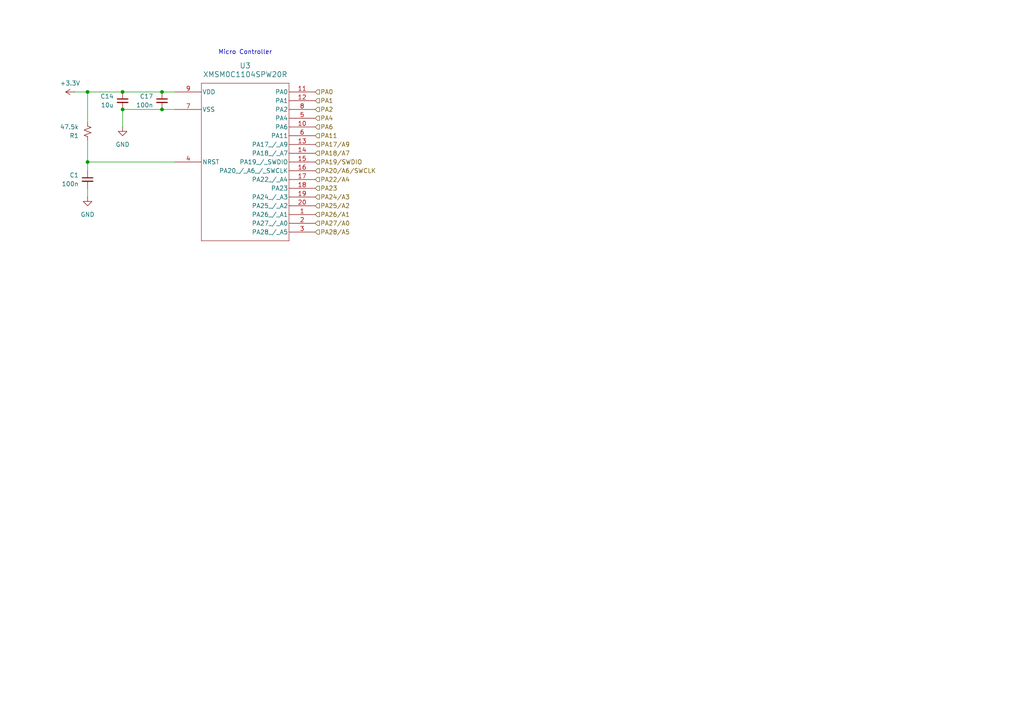
<source format=kicad_sch>
(kicad_sch (version 20250114) (generator "eeschema") (generator_version "9.0")
  (paper "A4")
  (title_block (title "Low Voltage Sensor") (date "08-22-25") (rev "0.1") (company "UTA FSAE") (comment 1 "Project Contributors: Marcus, Ali") (comment 2 "Page Authors: Marcus"))
  (lib_symbols
    (symbol "Device:C_Small" (pin_numbers (hide yes)) (pin_names (offset 0.254) (hide yes))
      (property "Reference" "C" (at 0.254 1.778 0))
      (property "Value" "C_Small" (at 0.254 -2.032 0))
      (symbol "C_Small_0_1"
        (polyline (pts (xy -1.524 0.508) (xy 1.524 0.508)) (stroke (width 0.3048)))
        (polyline (pts (xy -1.524 -0.508) (xy 1.524 -0.508)) (stroke (width 0.3302)))
      )
      (symbol "C_Small_1_1"
        (pin passive line (at 0 2.54 270) (length 2.032) (name "~") (number "1"))
        (pin passive line (at 0 -2.54 90) (length 2.032) (name "~") (number "2"))
      )
    )
    (symbol "Device:R_Small_US" (pin_numbers (hide yes)) (pin_names (offset 0.254) (hide yes))
      (property "Reference" "R" (at 0.762 0.508 0))
      (property "Value" "R_Small_US" (at 0.762 -1.016 0))
      (symbol "R_Small_US_1_1"
        (polyline (pts (xy 0 1.524) (xy 1.016 1.143) (xy 0 0.762) (xy -1.016 0.381) (xy 0 0)))
        (polyline (pts (xy 0 0) (xy 1.016 -0.381) (xy 0 -0.762) (xy -1.016 -1.143) (xy 0 -1.524)))
        (pin passive line (at 0 2.54 270) (length 1.016) (name "~") (number "1"))
        (pin passive line (at 0 -2.54 90) (length 1.016) (name "~") (number "2"))
      )
    )
    (symbol "MSPM0C1104-TSSOP:XMSM0C1104SPW20R" (pin_names (offset 0.254))
      (property "Reference" "U3" (at 0 30.48 0))
      (property "Value" "XMSM0C1104SPW20R" (at 0 27.94 0))
      (symbol "XMSM0C1104SPW20R_0_1"
        (polyline (pts (xy -12.7 25.4) (xy -12.7 -20.32)) (stroke (width 0.127)))
        (polyline (pts (xy -12.7 -20.32) (xy 12.7 -20.32)) (stroke (width 0.127)))
        (polyline (pts (xy 12.7 25.4) (xy -12.7 25.4)) (stroke (width 0.127)))
        (polyline (pts (xy 12.7 -20.32) (xy 12.7 25.4)) (stroke (width 0.127)))
        (pin power_in line (at -20.32 22.86 0) (length 7.62) (name "VDD") (number "9"))
        (pin power_out line (at -20.32 17.78 0) (length 7.62) (name "VSS") (number "7"))
        (pin unspecified line (at -20.32 2.54 0) (length 7.62) (name "NRST") (number "4"))
        (pin bidirectional line (at 20.32 22.86 180) (length 7.62) (name "PA0") (number "11"))
        (pin bidirectional line (at 20.32 20.32 180) (length 7.62) (name "PA1") (number "12"))
        (pin bidirectional line (at 20.32 17.78 180) (length 7.62) (name "PA2") (number "8"))
        (pin bidirectional line (at 20.32 15.24 180) (length 7.62) (name "PA4") (number "5"))
        (pin bidirectional line (at 20.32 12.7 180) (length 7.62) (name "PA6") (number "10"))
        (pin bidirectional line (at 20.32 10.16 180) (length 7.62) (name "PA11") (number "6"))
        (pin bidirectional line (at 20.32 7.62 180) (length 7.62) (name "PA17_/_A9") (number "13"))
        (pin bidirectional line (at 20.32 5.08 180) (length 7.62) (name "PA18_/_A7") (number "14"))
        (pin bidirectional line (at 20.32 2.54 180) (length 7.62) (name "PA19_/_SWDIO") (number "15"))
        (pin bidirectional line (at 20.32 0 180) (length 7.62) (name "PA20_/_A6_/_SWCLK") (number "16"))
        (pin bidirectional line (at 20.32 -2.54 180) (length 7.62) (name "PA22_/_A4") (number "17"))
        (pin bidirectional line (at 20.32 -5.08 180) (length 7.62) (name "PA23") (number "18"))
        (pin bidirectional line (at 20.32 -7.62 180) (length 7.62) (name "PA24_/_A3") (number "19"))
        (pin bidirectional line (at 20.32 -10.16 180) (length 7.62) (name "PA25_/_A2") (number "20"))
        (pin bidirectional line (at 20.32 -12.7 180) (length 7.62) (name "PA26_/_A1") (number "1"))
        (pin bidirectional line (at 20.32 -15.24 180) (length 7.62) (name "PA27_/_A0") (number "2"))
        (pin bidirectional line (at 20.32 -17.78 180) (length 7.62) (name "PA28_/_A5") (number "3"))
      )
    )
    (symbol "power:+3.3V" (power) (pin_numbers (hide yes)) (pin_names (offset 0) (hide yes))
      (property "Value" "+3.3V" (at 0 3.556 0))
      (symbol "+3.3V_0_1"
        (polyline (pts (xy -0.762 1.27) (xy 0 2.54)))
        (polyline (pts (xy 0 2.54) (xy 0.762 1.27)))
        (polyline (pts (xy 0 0) (xy 0 2.54)))
      )
      (symbol "+3.3V_1_1"
        (pin power_in line (at 0 0 90) (length 0) (name "~") (number "1"))
      )
    )
    (symbol "power:GND" (power) (pin_numbers (hide yes)) (pin_names (offset 0) (hide yes))
      (property "Value" "GND" (at 0 -3.81 0))
      (symbol "GND_0_1"
        (polyline (pts (xy 0 0) (xy 0 -1.27) (xy 1.27 -1.27) (xy 0 -2.54) (xy -1.27 -1.27) (xy 0 -1.27)))
      )
      (symbol "GND_1_1"
        (pin power_in line (at 0 0 270) (length 0) (name "~") (number "1"))
      )
    )
  )
  (text "Micro Controller" (at 71.12 15.24 0) (effects (font (size 1.27 1.27))))
  (junction (at 35.56 26.67))
  (junction (at 25.4 46.99))
  (junction (at 35.56 31.75))
  (junction (at 46.99 26.67))
  (junction (at 25.4 26.67))
  (junction (at 46.99 31.75))
  (wire (pts (xy 35.56 26.67) (xy 46.99 26.67)))
  (wire (pts (xy 25.4 26.67) (xy 35.56 26.67)))
  (wire (pts (xy 25.4 46.99) (xy 25.4 49.53)))
  (wire (pts (xy 25.4 40.64) (xy 25.4 46.99)))
  (wire (pts (xy 25.4 54.61) (xy 25.4 57.15)))
  (wire (pts (xy 46.99 26.67) (xy 50.8 26.67)))
  (wire (pts (xy 35.56 31.75) (xy 35.56 36.83)))
  (wire (pts (xy 25.4 46.99) (xy 50.8 46.99)))
  (wire (pts (xy 25.4 26.67) (xy 21.59 26.67)))
  (wire (pts (xy 46.99 31.75) (xy 50.8 31.75)))
  (wire (pts (xy 35.56 31.75) (xy 46.99 31.75)))
  (wire (pts (xy 25.4 26.67) (xy 25.4 35.56)))
  (hierarchical_label "PA26{slash}A1" (shape input) (at 91.44 62.23 0))
  (hierarchical_label "PA0" (shape input) (at 91.44 26.67 0))
  (hierarchical_label "PA20{slash}A6{slash}SWCLK" (shape input) (at 91.44 49.53 0))
  (hierarchical_label "PA22{slash}A4" (shape input) (at 91.44 52.07 0))
  (hierarchical_label "PA23" (shape input) (at 91.44 54.61 0))
  (hierarchical_label "PA17{slash}A9" (shape input) (at 91.44 41.91 0))
  (hierarchical_label "PA6" (shape input) (at 91.44 36.83 0))
  (hierarchical_label "PA24{slash}A3" (shape input) (at 91.44 57.15 0))
  (hierarchical_label "PA25{slash}A2" (shape input) (at 91.44 59.69 0))
  (hierarchical_label "PA27{slash}A0" (shape input) (at 91.44 64.77 0))
  (hierarchical_label "PA28{slash}A5" (shape input) (at 91.44 67.31 0))
  (hierarchical_label "PA2" (shape input) (at 91.44 31.75 0))
  (hierarchical_label "PA11" (shape input) (at 91.44 39.37 0))
  (hierarchical_label "PA18{slash}A7" (shape input) (at 91.44 44.45 0))
  (hierarchical_label "PA19{slash}SWDIO" (shape input) (at 91.44 46.99 0))
  (hierarchical_label "PA4" (shape input) (at 91.44 34.29 0))
  (hierarchical_label "PA1" (shape input) (at 91.44 29.21 0))
  (symbol (lib_id "power:+3.3V") (at 21.59 26.67 90) (unit 1)
    (property "Reference" "#PWR03" (effects (hide yes)))
    (property "Value" "+3.3V" (at 20.32 24.13 90))
    (property "Description" "Power symbol creates a global label with name \"+3.3V\"" (effects (hide yes)))
  )
  (symbol (lib_id "power:GND") (at 25.4 57.15 0) (unit 1)
    (property "Reference" "#PWR02" (effects (hide yes)))
    (property "Value" "GND" (at 25.4 62.23 0))
    (property "Description" "Power symbol creates a global label with name \"GND\" , ground" (effects (hide yes)))
  )
  (symbol (lib_id "Device:R_Small_US") (at 25.4 38.1 180) (unit 1)
    (property "Reference" "R1" (at 22.86 39.3701 0) (effects (justify left)))
    (property "Value" "47.5k" (at 22.86 36.8301 0) (effects (justify left)))
    (property "Footprint" "Resistor_SMD:R_1206_3216Metric_Pad1.30x1.75mm_HandSolder" (effects (hide yes)))
    (property "Datasheet" "https://www.mouser.com/datasheet/2/54/cr-1858361.pdf" (effects (hide yes)))
    (property "Description" "Resistor, small US symbol" (effects (hide yes)))
    (property "mouser" "https://www.mouser.com/ProductDetail/Bourns/CR1206-FX-4752ELF?qs=sGAEpiMZZMtlubZbdhIBIKcL8oyIJJKehZmr7Om88ws%3D" (effects (hide yes)))
    (property "specs" "47.5kOhm, 200V, 250mW, 1%, 100PPM, -55C, +155C" (effects (hide yes)))
    (property "unit x10" "0.04" (effects (hide yes)))
  )
  (symbol (lib_id "MSPM0C1104-TSSOP:XMSM0C1104SPW20R") (at 71.12 49.53 0) (unit 1)
    (property "Reference" "U3" (at 71.12 19.05 0) (effects (font (size 1.524 1.524))))
    (property "Value" "XMSM0C1104SPW20R" (at 71.12 21.59 0) (effects (font (size 1.524 1.524))))
    (property "Footprint" "TSSOP20_PW_TEX" (effects (hide yes)))
    (property "Datasheet" "https://www.ti.com/lit/gpn/mspm0c1104" (effects (hide yes)))
  )
  (symbol (lib_id "Device:C_Small") (at 35.56 29.21 0) (mirror y) (unit 1)
    (property "Reference" "C14" (at 33.02 27.9462 0) (effects (justify left)))
    (property "Value" "10u" (at 33.02 30.4862 0) (effects (justify left)))
    (property "Footprint" "Capacitor_SMD:C_1206_3216Metric_Pad1.33x1.80mm_HandSolder" (effects (hide yes)))
    (property "Description" "50Vdc, 10%, +125C" (effects (hide yes)))
    (property "mouser" "https://www.mouser.com/ProductDetail/Samsung-Electro-Mechanics/CL31A106KBHNNNE?qs=sGAEpiMZZMsh%252B1woXyUXjxqcB7t9naYpzWmpMbMJIKQ%3D" (effects (hide yes)))
    (property "specs" "10uF, 50VDC, X5R, 10%, -55C, +85C" (effects (hide yes)))
    (property "unit x10" "0.07" (effects (hide yes)))
  )
  (symbol (lib_id "Device:C_Small") (at 46.99 29.21 0) (mirror y) (unit 1)
    (property "Reference" "C17" (at 44.45 27.9462 0) (effects (justify left)))
    (property "Value" "100n" (at 44.45 30.4862 0) (effects (justify left)))
    (property "Footprint" "Capacitor_SMD:C_1206_3216Metric_Pad1.33x1.80mm_HandSolder" (effects (hide yes)))
    (property "mouser" "https://www.mouser.com/ProductDetail/Walsin/1206B104K251CT?qs=fIkAfuXiAQKkmX5niKUTKw%3D%3D" (effects (hide yes)))
    (property "specs" "100nF, 250VDC, X7R, 10%, -55C, +125C" (effects (hide yes)))
    (property "unit x10" "0.062" (effects (hide yes)))
  )
  (symbol (lib_id "Device:C_Small") (at 25.4 52.07 0) (mirror y) (unit 1)
    (property "Reference" "C1" (at 22.86 50.8062 0) (effects (justify left)))
    (property "Value" "100n" (at 22.86 53.3462 0) (effects (justify left)))
    (property "Footprint" "Capacitor_SMD:C_1206_3216Metric_Pad1.33x1.80mm_HandSolder" (effects (hide yes)))
    (property "mouser" "https://www.mouser.com/ProductDetail/Walsin/1206B104K251CT?qs=fIkAfuXiAQKkmX5niKUTKw%3D%3D" (effects (hide yes)))
    (property "specs" "100nF, 250VDC, X7R, 10%, -55C, +125C" (effects (hide yes)))
    (property "unit x10" "0.062" (effects (hide yes)))
  )
  (symbol (lib_id "power:GND") (at 35.56 36.83 0) (unit 1)
    (property "Reference" "#PWR01" (effects (hide yes)))
    (property "Value" "GND" (at 35.56 41.91 0))
    (property "Description" "Power symbol creates a global label with name \"GND\" , ground" (effects (hide yes)))
  )
)
</source>
